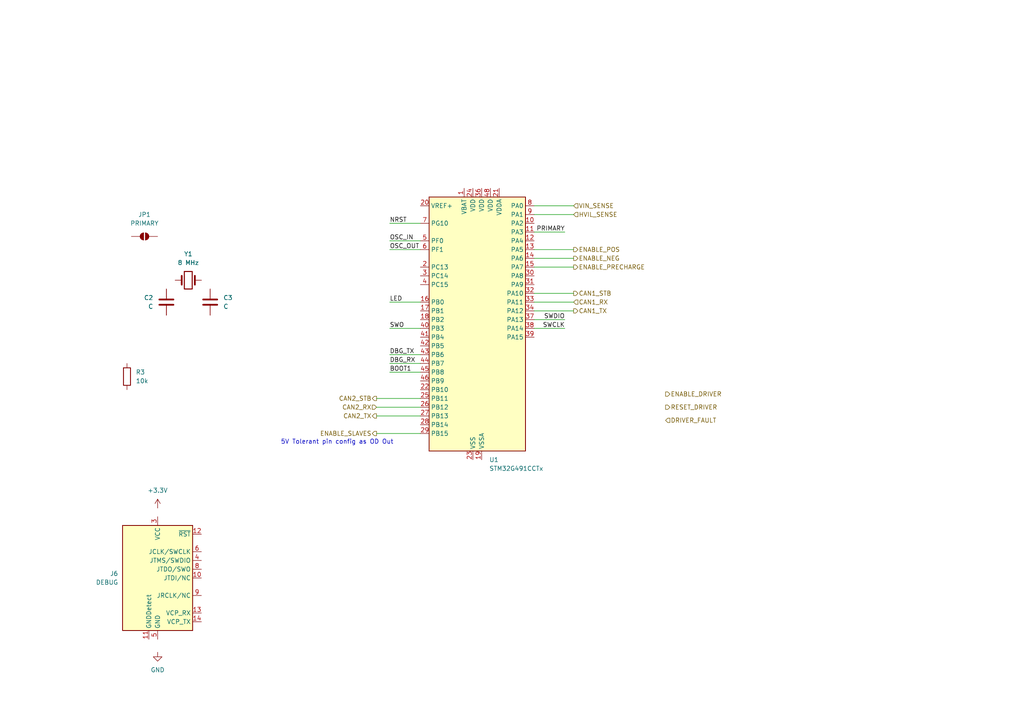
<source format=kicad_sch>
(kicad_sch (version 20231120) (generator "eeschema") (generator_version "8.0")
  (paper "A4")
  (lib_symbols
    (symbol "Connector:Conn_ST_STDC14"
      (property "Reference" "J" (at -8.89 16.51 0))
      (property "Value" "Conn_ST_STDC14" (at 17.78 16.51 0))
      (symbol "Conn_ST_STDC14_0_1"
        (rectangle (start -10.16 15.24) (end 10.16 -15.24) (stroke (width 0.254)) (fill (type background)))
      )
      (symbol "Conn_ST_STDC14_1_1"
        (pin no_connect line (at -10.16 5.08 0) (length 2.54) hide (name "NC") (number "1"))
        (pin output line (at 12.7 0 180) (length 2.54) (name "JTDI/NC") (number "10"))
        (pin passive line (at -2.54 -17.78 90) (length 2.54) (name "GNDDetect") (number "11"))
        (pin open_collector line (at 12.7 12.7 180) (length 2.54) (name "~{RST}") (number "12"))
        (pin output line (at 12.7 -10.16 180) (length 2.54) (name "VCP_RX") (number "13"))
        (pin input line (at 12.7 -12.7 180) (length 2.54) (name "VCP_TX") (number "14"))
        (pin no_connect line (at -10.16 2.54 0) (length 2.54) hide (name "NC") (number "2"))
        (pin power_in line (at 0 17.78 270) (length 2.54) (name "VCC") (number "3"))
        (pin bidirectional line (at 12.7 5.08 180) (length 2.54) (name "JTMS/SWDIO") (number "4"))
        (pin power_in line (at 0 -17.78 90) (length 2.54) (name "GND") (number "5"))
        (pin output line (at 12.7 7.62 180) (length 2.54) (name "JCLK/SWCLK") (number "6"))
        (pin passive line (at 0 -17.78 90) (length 2.54) hide (name "GND") (number "7"))
        (pin input line (at 12.7 2.54 180) (length 2.54) (name "JTDO/SWO") (number "8"))
        (pin input line (at 12.7 -5.08 180) (length 2.54) (name "JRCLK/NC") (number "9"))
      )
    )
    (symbol "Device:C" (pin_numbers hide) (pin_names (offset 0.254))
      (property "Reference" "C" (at 0.635 2.54 0))
      (property "Value" "C" (at 0.635 -2.54 0))
      (symbol "C_0_1"
        (polyline (pts (xy -2.032 -0.762) (xy 2.032 -0.762)) (stroke (width 0.508)))
        (polyline (pts (xy -2.032 0.762) (xy 2.032 0.762)) (stroke (width 0.508)))
      )
      (symbol "C_1_1"
        (pin passive line (at 0 3.81 270) (length 2.794) (name "~") (number "1"))
        (pin passive line (at 0 -3.81 90) (length 2.794) (name "~") (number "2"))
      )
    )
    (symbol "Device:Crystal" (pin_numbers hide) (pin_names (offset 1.016) hide)
      (property "Reference" "Y" (at 0 3.81 0))
      (property "Value" "Crystal" (at 0 -3.81 0))
      (symbol "Crystal_0_1"
        (rectangle (start -1.143 2.54) (end 1.143 -2.54) (stroke (width 0.3048)))
        (polyline (pts (xy -2.54 0) (xy -1.905 0)))
        (polyline (pts (xy -1.905 -1.27) (xy -1.905 1.27)) (stroke (width 0.508)))
        (polyline (pts (xy 1.905 -1.27) (xy 1.905 1.27)) (stroke (width 0.508)))
        (polyline (pts (xy 2.54 0) (xy 1.905 0)))
      )
      (symbol "Crystal_1_1"
        (pin passive line (at -3.81 0 0) (length 1.27) (name "1") (number "1"))
        (pin passive line (at 3.81 0 180) (length 1.27) (name "2") (number "2"))
      )
    )
    (symbol "Device:R" (pin_numbers hide) (pin_names (offset 0))
      (property "Reference" "R" (at 2.032 0 90))
      (property "Value" "R" (at 0 0 90))
      (symbol "R_0_1"
        (rectangle (start -1.016 -2.54) (end 1.016 2.54) (stroke (width 0.254)))
      )
      (symbol "R_1_1"
        (pin passive line (at 0 3.81 270) (length 1.27) (name "~") (number "1"))
        (pin passive line (at 0 -3.81 90) (length 1.27) (name "~") (number "2"))
      )
    )
    (symbol "Jumper:SolderJumper_2_Open" (pin_numbers hide) (pin_names (offset 0) hide) (exclude_from_sim yes) (in_bom no)
      (property "Reference" "JP" (at 0 2.032 0))
      (property "Value" "SolderJumper_2_Open" (at 0 -2.54 0))
      (symbol "SolderJumper_2_Open_0_1"
        (arc (start -0.254 1.016) (mid -1.2656 0) (end -0.254 -1.016))
        (arc (start -0.254 1.016) (mid -1.2656 0) (end -0.254 -1.016) (fill (type outline)))
        (polyline (pts (xy -0.254 1.016) (xy -0.254 -1.016)))
        (polyline (pts (xy 0.254 1.016) (xy 0.254 -1.016)))
        (arc (start 0.254 -1.016) (mid 1.2656 0) (end 0.254 1.016))
        (arc (start 0.254 -1.016) (mid 1.2656 0) (end 0.254 1.016) (fill (type outline)))
      )
      (symbol "SolderJumper_2_Open_1_1"
        (pin passive line (at -3.81 0 0) (length 2.54) (name "A") (number "1"))
        (pin passive line (at 3.81 0 180) (length 2.54) (name "B") (number "2"))
      )
    )
    (symbol "MCU_ST_STM32G4:STM32G491CCTx"
      (property "Reference" "U" (at -12.7 39.37 0))
      (property "Value" "STM32G491CCTx" (at 10.16 39.37 0))
      (symbol "STM32G491CCTx_0_1"
        (rectangle (start -12.7 -35.56) (end 15.24 38.1) (stroke (width 0.254)) (fill (type background)))
      )
      (symbol "STM32G491CCTx_1_1"
        (pin power_in line (at -2.54 40.64 270) (length 2.54) (name "VBAT") (number "1"))
        (pin bidirectional line (at 17.78 30.48 180) (length 2.54) (name "PA2") (number "10"))
        (pin bidirectional line (at 17.78 27.94 180) (length 2.54) (name "PA3") (number "11"))
        (pin bidirectional line (at 17.78 25.4 180) (length 2.54) (name "PA4") (number "12"))
        (pin bidirectional line (at 17.78 22.86 180) (length 2.54) (name "PA5") (number "13"))
        (pin bidirectional line (at 17.78 20.32 180) (length 2.54) (name "PA6") (number "14"))
        (pin bidirectional line (at 17.78 17.78 180) (length 2.54) (name "PA7") (number "15"))
        (pin bidirectional line (at -15.24 7.62 0) (length 2.54) (name "PB0") (number "16"))
        (pin bidirectional line (at -15.24 5.08 0) (length 2.54) (name "PB1") (number "17"))
        (pin bidirectional line (at -15.24 2.54 0) (length 2.54) (name "PB2") (number "18"))
        (pin power_in line (at 2.54 -38.1 90) (length 2.54) (name "VSSA") (number "19"))
        (pin bidirectional line (at -15.24 17.78 0) (length 2.54) (name "PC13") (number "2"))
        (pin input line (at -15.24 35.56 0) (length 2.54) (name "VREF+") (number "20"))
        (pin power_in line (at 7.62 40.64 270) (length 2.54) (name "VDDA") (number "21"))
        (pin bidirectional line (at -15.24 -17.78 0) (length 2.54) (name "PB10") (number "22"))
        (pin power_in line (at 0 -38.1 90) (length 2.54) (name "VSS") (number "23"))
        (pin power_in line (at 0 40.64 270) (length 2.54) (name "VDD") (number "24"))
        (pin bidirectional line (at -15.24 -20.32 0) (length 2.54) (name "PB11") (number "25"))
        (pin bidirectional line (at -15.24 -22.86 0) (length 2.54) (name "PB12") (number "26"))
        (pin bidirectional line (at -15.24 -25.4 0) (length 2.54) (name "PB13") (number "27"))
        (pin bidirectional line (at -15.24 -27.94 0) (length 2.54) (name "PB14") (number "28"))
        (pin bidirectional line (at -15.24 -30.48 0) (length 2.54) (name "PB15") (number "29"))
        (pin bidirectional line (at -15.24 15.24 0) (length 2.54) (name "PC14") (number "3"))
        (pin bidirectional line (at 17.78 15.24 180) (length 2.54) (name "PA8") (number "30"))
        (pin bidirectional line (at 17.78 12.7 180) (length 2.54) (name "PA9") (number "31"))
        (pin bidirectional line (at 17.78 10.16 180) (length 2.54) (name "PA10") (number "32"))
        (pin bidirectional line (at 17.78 7.62 180) (length 2.54) (name "PA11") (number "33"))
        (pin bidirectional line (at 17.78 5.08 180) (length 2.54) (name "PA12") (number "34"))
        (pin passive line (at 0 -38.1 90) (length 2.54) hide (name "VSS") (number "35"))
        (pin power_in line (at 2.54 40.64 270) (length 2.54) (name "VDD") (number "36"))
        (pin bidirectional line (at 17.78 2.54 180) (length 2.54) (name "PA13") (number "37"))
        (pin bidirectional line (at 17.78 0 180) (length 2.54) (name "PA14") (number "38"))
        (pin bidirectional line (at 17.78 -2.54 180) (length 2.54) (name "PA15") (number "39"))
        (pin bidirectional line (at -15.24 12.7 0) (length 2.54) (name "PC15") (number "4"))
        (pin bidirectional line (at -15.24 0 0) (length 2.54) (name "PB3") (number "40"))
        (pin bidirectional line (at -15.24 -2.54 0) (length 2.54) (name "PB4") (number "41"))
        (pin bidirectional line (at -15.24 -5.08 0) (length 2.54) (name "PB5") (number "42"))
        (pin bidirectional line (at -15.24 -7.62 0) (length 2.54) (name "PB6") (number "43"))
        (pin bidirectional line (at -15.24 -10.16 0) (length 2.54) (name "PB7") (number "44"))
        (pin bidirectional line (at -15.24 -12.7 0) (length 2.54) (name "PB8") (number "45"))
        (pin bidirectional line (at -15.24 -15.24 0) (length 2.54) (name "PB9") (number "46"))
        (pin passive line (at 0 -38.1 90) (length 2.54) hide (name "VSS") (number "47"))
        (pin power_in line (at 5.08 40.64 270) (length 2.54) (name "VDD") (number "48"))
        (pin bidirectional line (at -15.24 25.4 0) (length 2.54) (name "PF0") (number "5"))
        (pin bidirectional line (at -15.24 22.86 0) (length 2.54) (name "PF1") (number "6"))
        (pin bidirectional line (at -15.24 30.48 0) (length 2.54) (name "PG10") (number "7"))
        (pin bidirectional line (at 17.78 35.56 180) (length 2.54) (name "PA0") (number "8"))
        (pin bidirectional line (at 17.78 33.02 180) (length 2.54) (name "PA1") (number "9"))
      )
    )
    (symbol "power:+3.3V" (power) (pin_numbers hide) (pin_names (offset 0) hide)
      (property "Value" "+3.3V" (at 0 3.556 0))
      (symbol "+3.3V_0_1"
        (polyline (pts (xy -0.762 1.27) (xy 0 2.54)))
        (polyline (pts (xy 0 0) (xy 0 2.54)))
        (polyline (pts (xy 0 2.54) (xy 0.762 1.27)))
      )
      (symbol "+3.3V_1_1"
        (pin power_in line (at 0 0 90) (length 0) (name "~") (number "1"))
      )
    )
    (symbol "power:GND" (power) (pin_numbers hide) (pin_names (offset 0) hide)
      (property "Value" "GND" (at 0 -3.81 0))
      (symbol "GND_0_1"
        (polyline (pts (xy 0 0) (xy 0 -1.27) (xy 1.27 -1.27) (xy 0 -2.54) (xy -1.27 -1.27) (xy 0 -1.27)))
      )
      (symbol "GND_1_1"
        (pin power_in line (at 0 0 270) (length 0) (name "~") (number "1"))
      )
    )
  )
  (wire (pts (xy 109.22 115.57) (xy 121.92 115.57)))
  (wire (pts (xy 113.03 72.39) (xy 121.92 72.39)))
  (wire (pts (xy 113.03 107.95) (xy 121.92 107.95)))
  (wire (pts (xy 113.03 95.25) (xy 121.92 95.25)))
  (wire (pts (xy 154.94 67.31) (xy 163.83 67.31)))
  (wire (pts (xy 154.94 62.23) (xy 166.37 62.23)))
  (wire (pts (xy 109.22 120.65) (xy 121.92 120.65)))
  (wire (pts (xy 154.94 87.63) (xy 166.37 87.63)))
  (wire (pts (xy 109.22 118.11) (xy 121.92 118.11)))
  (wire (pts (xy 154.94 59.69) (xy 166.37 59.69)))
  (wire (pts (xy 109.22 125.73) (xy 121.92 125.73)))
  (wire (pts (xy 113.03 105.41) (xy 121.92 105.41)))
  (wire (pts (xy 154.94 92.71) (xy 163.83 92.71)))
  (wire (pts (xy 113.03 87.63) (xy 121.92 87.63)))
  (wire (pts (xy 113.03 102.87) (xy 121.92 102.87)))
  (wire (pts (xy 154.94 74.93) (xy 166.37 74.93)))
  (wire (pts (xy 113.03 64.77) (xy 121.92 64.77)))
  (wire (pts (xy 113.03 69.85) (xy 121.92 69.85)))
  (wire (pts (xy 154.94 90.17) (xy 166.37 90.17)))
  (wire (pts (xy 154.94 85.09) (xy 166.37 85.09)))
  (wire (pts (xy 154.94 72.39) (xy 166.37 72.39)))
  (wire (pts (xy 154.94 95.25) (xy 163.83 95.25)))
  (wire (pts (xy 154.94 77.47) (xy 166.37 77.47)))
  (text "5V Tolerant pin config as OD Out" (at 97.79 128.27 0) (effects (font (size 1.27 1.27))))
  (label "OSC_IN" (at 113.03 69.85 0))
  (label "NRST" (at 113.03 64.77 0))
  (label "BOOT1" (at 113.03 107.95 0))
  (label "LED" (at 113.03 87.63 0))
  (label "OSC_OUT" (at 113.03 72.39 0))
  (label "SWO" (at 113.03 95.25 0))
  (label "DBG_RX" (at 113.03 105.41 0))
  (label "PRIMARY" (at 163.83 67.31 180))
  (label "DBG_TX" (at 113.03 102.87 0))
  (label "SWDIO" (at 163.83 92.71 180))
  (label "SWCLK" (at 163.83 95.25 180))
  (hierarchical_label "CAN2_RX" (shape input) (at 109.22 118.11 180))
  (hierarchical_label "CAN1_STB" (shape output) (at 166.37 85.09 0))
  (hierarchical_label "CAN2_TX" (shape output) (at 109.22 120.65 180))
  (hierarchical_label "RESET_DRIVER" (shape output) (at 193.04 118.11 0))
  (hierarchical_label "VIN_SENSE" (shape input) (at 166.37 59.69 0))
  (hierarchical_label "CAN1_RX" (shape input) (at 166.37 87.63 0))
  (hierarchical_label "DRIVER_FAULT" (shape input) (at 193.04 121.92 0))
  (hierarchical_label "ENABLE_DRIVER" (shape output) (at 193.04 114.3 0))
  (hierarchical_label "CAN2_STB" (shape output) (at 109.22 115.57 180))
  (hierarchical_label "ENABLE_SLAVES" (shape output) (at 109.22 125.73 180))
  (hierarchical_label "CAN1_TX" (shape output) (at 166.37 90.17 0))
  (hierarchical_label "HVIL_SENSE" (shape input) (at 166.37 62.23 0))
  (hierarchical_label "ENABLE_PRECHARGE" (shape output) (at 166.37 77.47 0))
  (hierarchical_label "ENABLE_NEG" (shape output) (at 166.37 74.93 0))
  (hierarchical_label "ENABLE_POS" (shape output) (at 166.37 72.39 0))
  (symbol (lib_id "Device:Crystal") (at 54.61 81.28 0) (unit 1)
    (property "Reference" "Y1" (at 54.61 73.66 0))
    (property "Value" "8 MHz" (at 54.61 76.2 0))
    (property "Footprint" "aphid:ABM3-x.xxxMHZ-D2Y-T" (effects (hide yes)))
    (property "Description" "Two pin crystal" (effects (hide yes)))
    (property "Part" " ABM3-8.000MHZ-D2Y-T" (effects (hide yes)))
  )
  (symbol (lib_id "MCU_ST_STM32G4:STM32G491CCTx") (at 137.16 95.25 0) (unit 1)
    (property "Reference" "U1" (at 141.8941 133.35 0) (effects (justify left)))
    (property "Value" "STM32G491CCTx" (at 141.8941 135.89 0) (effects (justify left)))
    (property "Footprint" "Package_QFP:LQFP-48_7x7mm_P0.5mm" (effects (hide yes)))
    (property "Datasheet" "https://www.st.com/resource/en/datasheet/stm32g491cc.pdf" (effects (hide yes)))
    (property "Description" "STMicroelectronics Arm Cortex-M4 MCU, 256KB flash, 112KB RAM, 170 MHz, 1.71-3.6V, 38 GPIO, LQFP48" (effects (hide yes)))
  )
  (symbol (lib_id "power:GND") (at 45.72 189.23 0) (unit 1)
    (property "Reference" "#PWR04" (effects (hide yes)))
    (property "Value" "GND" (at 45.72 194.31 0))
    (property "Description" "Power symbol creates a global label with name \"GND\" , ground" (effects (hide yes)))
  )
  (symbol (lib_id "Device:C") (at 48.26 87.63 0) (unit 1)
    (property "Reference" "C2" (at 44.45 86.3599 0) (effects (justify right)))
    (property "Value" "C" (at 44.45 88.8999 0) (effects (justify right)))
    (property "Footprint" "Capacitor_SMD:C_0805_2012Metric" (effects (hide yes)))
    (property "Description" "Unpolarized capacitor" (effects (hide yes)))
  )
  (symbol (lib_id "Connector:Conn_ST_STDC14") (at 45.72 167.64 0) (unit 1)
    (property "Reference" "J6" (at 34.29 166.3699 0) (effects (justify right)))
    (property "Value" "DEBUG" (at 34.29 168.9099 0) (effects (justify right)))
    (property "Footprint" "Connector_PinHeader_1.27mm:PinHeader_2x07_P1.27mm_Vertical_SMD" (effects (hide yes)))
    (property "Datasheet" "https://www.st.com/content/ccc/resource/technical/document/user_manual/group1/99/49/91/b6/b2/3a/46/e5/DM00526767/files/DM00526767.pdf/jcr:content/translations/en.DM00526767.pdf" (effects (hide yes)))
    (property "Description" "ST Debug Connector, standard ARM Cortex-M SWD and JTAG interface plus UART" (effects (hide yes)))
  )
  (symbol (lib_id "Device:C") (at 60.96 87.63 0) (mirror y) (unit 1)
    (property "Reference" "C3" (at 64.77 86.3599 0) (effects (justify right)))
    (property "Value" "C" (at 64.77 88.8999 0) (effects (justify right)))
    (property "Footprint" "Capacitor_SMD:C_0805_2012Metric" (effects (hide yes)))
    (property "Description" "Unpolarized capacitor" (effects (hide yes)))
  )
  (symbol (lib_id "Jumper:SolderJumper_2_Open") (at 41.91 68.58 0) (unit 1) (exclude_from_sim yes) (in_bom no)
    (property "Reference" "JP1" (at 41.91 62.23 0))
    (property "Value" "PRIMARY" (at 41.91 64.77 0))
    (property "Footprint" "Jumper:SolderJumper-2_P1.3mm_Open_TrianglePad1.0x1.5mm" (effects (hide yes)))
    (property "Description" "Solder Jumper, 2-pole, open" (effects (hide yes)))
  )
  (symbol (lib_id "power:+3.3V") (at 45.72 147.32 0) (unit 1)
    (property "Reference" "#PWR03" (effects (hide yes)))
    (property "Value" "+3.3V" (at 45.72 142.24 0))
    (property "Description" "Power symbol creates a global label with name \"+3.3V\"" (effects (hide yes)))
  )
  (symbol (lib_id "Device:R") (at 36.83 109.22 0) (unit 1)
    (property "Reference" "R3" (at 39.37 107.9499 0) (effects (justify left)))
    (property "Value" "10k" (at 39.37 110.4899 0) (effects (justify left)))
    (property "Footprint" "Resistor_SMD:R_0805_2012Metric" (effects (hide yes)))
    (property "Description" "Resistor" (effects (hide yes)))
  )
)
</source>
